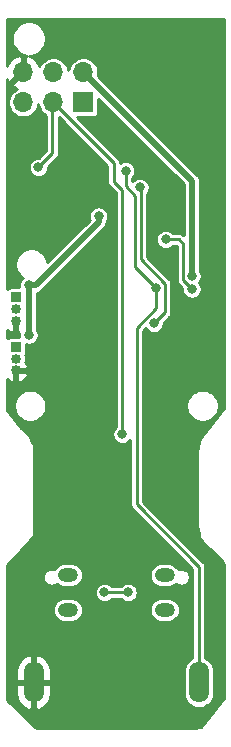
<source format=gbr>
%TF.GenerationSoftware,KiCad,Pcbnew,(5.1.6)-1*%
%TF.CreationDate,2021-10-03T16:09:20-04:00*%
%TF.ProjectId,horny_dom,686f726e-795f-4646-9f6d-2e6b69636164,rev?*%
%TF.SameCoordinates,Original*%
%TF.FileFunction,Copper,L2,Bot*%
%TF.FilePolarity,Positive*%
%FSLAX46Y46*%
G04 Gerber Fmt 4.6, Leading zero omitted, Abs format (unit mm)*
G04 Created by KiCad (PCBNEW (5.1.6)-1) date 2021-10-03 16:09:20*
%MOMM*%
%LPD*%
G01*
G04 APERTURE LIST*
%TA.AperFunction,ComponentPad*%
%ADD10O,1.700000X1.700000*%
%TD*%
%TA.AperFunction,ComponentPad*%
%ADD11R,1.700000X1.700000*%
%TD*%
%TA.AperFunction,ComponentPad*%
%ADD12O,1.700000X3.500000*%
%TD*%
%TA.AperFunction,ComponentPad*%
%ADD13O,0.850000X0.850000*%
%TD*%
%TA.AperFunction,ComponentPad*%
%ADD14R,0.850000X0.850000*%
%TD*%
%TA.AperFunction,ComponentPad*%
%ADD15O,1.700000X1.200000*%
%TD*%
%TA.AperFunction,ViaPad*%
%ADD16C,0.800000*%
%TD*%
%TA.AperFunction,Conductor*%
%ADD17C,0.500000*%
%TD*%
%TA.AperFunction,Conductor*%
%ADD18C,0.250000*%
%TD*%
%TA.AperFunction,Conductor*%
%ADD19C,0.254000*%
%TD*%
G04 APERTURE END LIST*
D10*
%TO.P,Batt,6*%
%TO.N,GND*%
X141820000Y-77460000D03*
%TO.P,Batt,5*%
%TO.N,ISP_RST*%
X141820000Y-80000000D03*
%TO.P,Batt,4*%
%TO.N,LED_DAT_L_ISC_MOSI*%
X144360000Y-77460000D03*
%TO.P,Batt,3*%
%TO.N,FUTURE_USE_ISP_SCK*%
X144360000Y-80000000D03*
%TO.P,Batt,2*%
%TO.N,USBv+*%
X146900000Y-77460000D03*
D11*
%TO.P,Batt,1*%
%TO.N,LED_DAT_R_ISC_MISO*%
X146900000Y-80000000D03*
%TD*%
D12*
%TO.P,SW1,1*%
%TO.N,GND*%
X142700000Y-129100000D03*
%TO.P,SW1,2*%
%TO.N,MODE_BTN*%
X156700000Y-129100000D03*
%TD*%
D13*
%TO.P,LED,3*%
%TO.N,GND*%
X141200000Y-102700000D03*
%TO.P,LED,2*%
%TO.N,LED_DAT_R_CLEAN*%
X141200000Y-101700000D03*
D14*
%TO.P,LED,1*%
%TO.N,LEDv+*%
X141200000Y-100700000D03*
%TD*%
D13*
%TO.P,LED,3*%
%TO.N,GND*%
X141200000Y-98500000D03*
%TO.P,LED,2*%
%TO.N,LED_DAT_L_CLEAN*%
X141200000Y-97500000D03*
D14*
%TO.P,LED,1*%
%TO.N,LEDv+*%
X141200000Y-96500000D03*
%TD*%
D15*
%TO.P,J1,S1*%
%TO.N,Net-(J1-PadS1)*%
X153800000Y-122970000D03*
X153800000Y-120030000D03*
X145600000Y-122970000D03*
X145600000Y-120030000D03*
%TD*%
D16*
%TO.N,GND*%
X150600000Y-83400000D03*
X154500000Y-79100000D03*
X157800000Y-89500000D03*
X154300000Y-98700000D03*
X143800000Y-97200000D03*
X149700000Y-74000000D03*
%TO.N,USBv+*%
X156100000Y-94700000D03*
%TO.N,LEDv+*%
X142300000Y-99700000D03*
X142300000Y-95500000D03*
X148200000Y-89635034D03*
%TO.N,USBDDAT-*%
X148700000Y-121500000D03*
X150700000Y-121500000D03*
%TO.N,FUTURE_USE_ISP_SCK*%
X143100000Y-85500000D03*
X150200000Y-108100000D03*
%TO.N,CHG_STAT*%
X153900000Y-91600000D03*
X156100000Y-95800000D03*
%TO.N,MODE_BTN*%
X150500000Y-85800000D03*
X153100000Y-95700000D03*
%TO.N,SSR_LED_EN*%
X152900000Y-98700000D03*
X151700000Y-87200000D03*
%TD*%
D17*
%TO.N,GND*%
X141820000Y-77460000D02*
X140800000Y-78480000D01*
%TO.N,USBv+*%
X146900000Y-77460000D02*
X156100000Y-86660000D01*
X156100000Y-86660000D02*
X156100000Y-94700000D01*
X156100000Y-94700000D02*
X156100000Y-94700000D01*
%TO.N,LEDv+*%
X142300000Y-99700000D02*
X142300000Y-95500000D01*
X142865685Y-95500000D02*
X148200000Y-90165685D01*
X148200000Y-90165685D02*
X148200000Y-89635034D01*
X142300000Y-95500000D02*
X142865685Y-95500000D01*
D18*
%TO.N,USBDDAT-*%
X150700000Y-121500000D02*
X148700000Y-121500000D01*
%TO.N,FUTURE_USE_ISP_SCK*%
X150200000Y-87409412D02*
X150049990Y-87259402D01*
X150049990Y-87259402D02*
X150049990Y-87249990D01*
X150200000Y-108100000D02*
X150200000Y-87409412D01*
X144360000Y-80000000D02*
X149500000Y-85140000D01*
X149500000Y-86709412D02*
X150049990Y-87259402D01*
X149500000Y-85140000D02*
X149500000Y-86709412D01*
X143100000Y-85500000D02*
X144300000Y-84300000D01*
X144300000Y-80060000D02*
X144360000Y-80000000D01*
X144300000Y-84300000D02*
X144300000Y-80060000D01*
%TO.N,CHG_STAT*%
X155000000Y-91600000D02*
X153900000Y-91600000D01*
X155374999Y-91974999D02*
X155000000Y-91600000D01*
X156100000Y-95800000D02*
X155374999Y-95074999D01*
X155374999Y-95074999D02*
X155374999Y-91974999D01*
%TO.N,MODE_BTN*%
X153100000Y-97426998D02*
X153100000Y-95700000D01*
X151425001Y-99101997D02*
X153100000Y-97426998D01*
X151322992Y-87895994D02*
X150500000Y-87073002D01*
X151322992Y-93922992D02*
X151322992Y-87895994D01*
X150500000Y-87073002D02*
X150500000Y-85800000D01*
X153100000Y-95700000D02*
X151322992Y-93922992D01*
X156700000Y-119300000D02*
X151425001Y-114025001D01*
X156700000Y-129100000D02*
X156700000Y-119300000D01*
X151425001Y-114025001D02*
X151425001Y-99101997D01*
%TO.N,SSR_LED_EN*%
X153825001Y-95351999D02*
X151773002Y-93300000D01*
X152900000Y-98700000D02*
X153825001Y-97774999D01*
X153825001Y-97774999D02*
X153825001Y-95351999D01*
X151773002Y-87273002D02*
X151700000Y-87200000D01*
X151773002Y-93300000D02*
X151773002Y-87273002D01*
%TD*%
D19*
%TO.N,GND*%
G36*
X158848001Y-105913359D02*
G01*
X157337569Y-107817817D01*
X157296191Y-107852048D01*
X157267343Y-107881098D01*
X157238055Y-107909779D01*
X157234033Y-107914642D01*
X156989010Y-108215069D01*
X156966356Y-108249166D01*
X156943194Y-108282993D01*
X156940192Y-108288545D01*
X156891289Y-108380518D01*
X156700496Y-108621083D01*
X156687012Y-108642012D01*
X156677870Y-108665169D01*
X156673000Y-108700000D01*
X156673000Y-108883218D01*
X156612522Y-109083532D01*
X156604558Y-109123752D01*
X156596048Y-109163790D01*
X156595388Y-109170066D01*
X156557557Y-109555892D01*
X156555400Y-109577796D01*
X156555401Y-115822205D01*
X156557132Y-115839780D01*
X156581138Y-116145467D01*
X156587554Y-116181523D01*
X156592762Y-116217748D01*
X156594308Y-116223867D01*
X156673000Y-116526388D01*
X156673000Y-116800000D01*
X156675440Y-116824776D01*
X156682667Y-116848601D01*
X156694403Y-116870557D01*
X156710197Y-116889803D01*
X156968077Y-117147683D01*
X157170088Y-117415947D01*
X157197791Y-117446095D01*
X157225102Y-117476661D01*
X157229776Y-117480902D01*
X157518692Y-117739398D01*
X157551736Y-117763600D01*
X157584451Y-117788269D01*
X157589852Y-117791516D01*
X157589860Y-117791522D01*
X157589868Y-117791526D01*
X157643898Y-117823504D01*
X158772849Y-118952455D01*
X158828160Y-119165090D01*
X158848000Y-119417726D01*
X158848001Y-130377881D01*
X158844032Y-130418364D01*
X156903120Y-132865600D01*
X156811909Y-132893835D01*
X156296560Y-132948000D01*
X143022108Y-132948000D01*
X142806462Y-132926856D01*
X140472651Y-130593045D01*
X140452000Y-130396560D01*
X140452000Y-129227000D01*
X141215000Y-129227000D01*
X141215000Y-130127000D01*
X141268310Y-130414269D01*
X141376639Y-130685618D01*
X141535824Y-130930619D01*
X141739748Y-131139857D01*
X141980574Y-131305291D01*
X142249047Y-131420563D01*
X142343110Y-131441476D01*
X142573000Y-131320155D01*
X142573000Y-129227000D01*
X142827000Y-129227000D01*
X142827000Y-131320155D01*
X143056890Y-131441476D01*
X143150953Y-131420563D01*
X143419426Y-131305291D01*
X143660252Y-131139857D01*
X143864176Y-130930619D01*
X144023361Y-130685618D01*
X144131690Y-130414269D01*
X144185000Y-130127000D01*
X144185000Y-129227000D01*
X142827000Y-129227000D01*
X142573000Y-129227000D01*
X141215000Y-129227000D01*
X140452000Y-129227000D01*
X140452000Y-128073000D01*
X141215000Y-128073000D01*
X141215000Y-128973000D01*
X142573000Y-128973000D01*
X142573000Y-126879845D01*
X142827000Y-126879845D01*
X142827000Y-128973000D01*
X144185000Y-128973000D01*
X144185000Y-128073000D01*
X144131690Y-127785731D01*
X144023361Y-127514382D01*
X143864176Y-127269381D01*
X143660252Y-127060143D01*
X143419426Y-126894709D01*
X143150953Y-126779437D01*
X143056890Y-126758524D01*
X142827000Y-126879845D01*
X142573000Y-126879845D01*
X142343110Y-126758524D01*
X142249047Y-126779437D01*
X141980574Y-126894709D01*
X141739748Y-127060143D01*
X141535824Y-127269381D01*
X141376639Y-127514382D01*
X141268310Y-127785731D01*
X141215000Y-128073000D01*
X140452000Y-128073000D01*
X140452000Y-122970000D01*
X144318031Y-122970000D01*
X144337860Y-123171327D01*
X144396585Y-123364917D01*
X144491949Y-123543331D01*
X144620288Y-123699712D01*
X144776669Y-123828051D01*
X144955083Y-123923415D01*
X145148673Y-123982140D01*
X145299549Y-123997000D01*
X145900451Y-123997000D01*
X146051327Y-123982140D01*
X146244917Y-123923415D01*
X146423331Y-123828051D01*
X146579712Y-123699712D01*
X146708051Y-123543331D01*
X146803415Y-123364917D01*
X146862140Y-123171327D01*
X146881969Y-122970000D01*
X152518031Y-122970000D01*
X152537860Y-123171327D01*
X152596585Y-123364917D01*
X152691949Y-123543331D01*
X152820288Y-123699712D01*
X152976669Y-123828051D01*
X153155083Y-123923415D01*
X153348673Y-123982140D01*
X153499549Y-123997000D01*
X154100451Y-123997000D01*
X154251327Y-123982140D01*
X154444917Y-123923415D01*
X154623331Y-123828051D01*
X154779712Y-123699712D01*
X154908051Y-123543331D01*
X155003415Y-123364917D01*
X155062140Y-123171327D01*
X155081969Y-122970000D01*
X155062140Y-122768673D01*
X155003415Y-122575083D01*
X154908051Y-122396669D01*
X154779712Y-122240288D01*
X154623331Y-122111949D01*
X154444917Y-122016585D01*
X154251327Y-121957860D01*
X154100451Y-121943000D01*
X153499549Y-121943000D01*
X153348673Y-121957860D01*
X153155083Y-122016585D01*
X152976669Y-122111949D01*
X152820288Y-122240288D01*
X152691949Y-122396669D01*
X152596585Y-122575083D01*
X152537860Y-122768673D01*
X152518031Y-122970000D01*
X146881969Y-122970000D01*
X146862140Y-122768673D01*
X146803415Y-122575083D01*
X146708051Y-122396669D01*
X146579712Y-122240288D01*
X146423331Y-122111949D01*
X146244917Y-122016585D01*
X146051327Y-121957860D01*
X145900451Y-121943000D01*
X145299549Y-121943000D01*
X145148673Y-121957860D01*
X144955083Y-122016585D01*
X144776669Y-122111949D01*
X144620288Y-122240288D01*
X144491949Y-122396669D01*
X144396585Y-122575083D01*
X144337860Y-122768673D01*
X144318031Y-122970000D01*
X140452000Y-122970000D01*
X140452000Y-121418548D01*
X147873000Y-121418548D01*
X147873000Y-121581452D01*
X147904782Y-121741227D01*
X147967123Y-121891731D01*
X148057628Y-122027181D01*
X148172819Y-122142372D01*
X148308269Y-122232877D01*
X148458773Y-122295218D01*
X148618548Y-122327000D01*
X148781452Y-122327000D01*
X148941227Y-122295218D01*
X149091731Y-122232877D01*
X149227181Y-122142372D01*
X149317553Y-122052000D01*
X150082447Y-122052000D01*
X150172819Y-122142372D01*
X150308269Y-122232877D01*
X150458773Y-122295218D01*
X150618548Y-122327000D01*
X150781452Y-122327000D01*
X150941227Y-122295218D01*
X151091731Y-122232877D01*
X151227181Y-122142372D01*
X151342372Y-122027181D01*
X151432877Y-121891731D01*
X151495218Y-121741227D01*
X151527000Y-121581452D01*
X151527000Y-121418548D01*
X151495218Y-121258773D01*
X151432877Y-121108269D01*
X151342372Y-120972819D01*
X151227181Y-120857628D01*
X151091731Y-120767123D01*
X150941227Y-120704782D01*
X150781452Y-120673000D01*
X150618548Y-120673000D01*
X150458773Y-120704782D01*
X150308269Y-120767123D01*
X150172819Y-120857628D01*
X150082447Y-120948000D01*
X149317553Y-120948000D01*
X149227181Y-120857628D01*
X149091731Y-120767123D01*
X148941227Y-120704782D01*
X148781452Y-120673000D01*
X148618548Y-120673000D01*
X148458773Y-120704782D01*
X148308269Y-120767123D01*
X148172819Y-120857628D01*
X148057628Y-120972819D01*
X147967123Y-121108269D01*
X147904782Y-121258773D01*
X147873000Y-121418548D01*
X140452000Y-121418548D01*
X140452000Y-120128397D01*
X143473000Y-120128397D01*
X143473000Y-120271603D01*
X143500938Y-120412058D01*
X143555741Y-120544364D01*
X143635302Y-120663436D01*
X143736564Y-120764698D01*
X143855636Y-120844259D01*
X143987942Y-120899062D01*
X144128397Y-120927000D01*
X144271603Y-120927000D01*
X144412058Y-120899062D01*
X144544364Y-120844259D01*
X144643001Y-120778352D01*
X144776669Y-120888051D01*
X144955083Y-120983415D01*
X145148673Y-121042140D01*
X145299549Y-121057000D01*
X145900451Y-121057000D01*
X146051327Y-121042140D01*
X146244917Y-120983415D01*
X146423331Y-120888051D01*
X146579712Y-120759712D01*
X146708051Y-120603331D01*
X146803415Y-120424917D01*
X146862140Y-120231327D01*
X146881969Y-120030000D01*
X152518031Y-120030000D01*
X152537860Y-120231327D01*
X152596585Y-120424917D01*
X152691949Y-120603331D01*
X152820288Y-120759712D01*
X152976669Y-120888051D01*
X153155083Y-120983415D01*
X153348673Y-121042140D01*
X153499549Y-121057000D01*
X154100451Y-121057000D01*
X154251327Y-121042140D01*
X154444917Y-120983415D01*
X154623331Y-120888051D01*
X154756999Y-120778352D01*
X154855636Y-120844259D01*
X154987942Y-120899062D01*
X155128397Y-120927000D01*
X155271603Y-120927000D01*
X155412058Y-120899062D01*
X155544364Y-120844259D01*
X155663436Y-120764698D01*
X155764698Y-120663436D01*
X155844259Y-120544364D01*
X155899062Y-120412058D01*
X155927000Y-120271603D01*
X155927000Y-120128397D01*
X155899062Y-119987942D01*
X155844259Y-119855636D01*
X155764698Y-119736564D01*
X155663436Y-119635302D01*
X155544364Y-119555741D01*
X155412058Y-119500938D01*
X155271603Y-119473000D01*
X155128397Y-119473000D01*
X154987942Y-119500938D01*
X154941906Y-119520007D01*
X154908051Y-119456669D01*
X154779712Y-119300288D01*
X154623331Y-119171949D01*
X154444917Y-119076585D01*
X154251327Y-119017860D01*
X154100451Y-119003000D01*
X153499549Y-119003000D01*
X153348673Y-119017860D01*
X153155083Y-119076585D01*
X152976669Y-119171949D01*
X152820288Y-119300288D01*
X152691949Y-119456669D01*
X152596585Y-119635083D01*
X152537860Y-119828673D01*
X152518031Y-120030000D01*
X146881969Y-120030000D01*
X146862140Y-119828673D01*
X146803415Y-119635083D01*
X146708051Y-119456669D01*
X146579712Y-119300288D01*
X146423331Y-119171949D01*
X146244917Y-119076585D01*
X146051327Y-119017860D01*
X145900451Y-119003000D01*
X145299549Y-119003000D01*
X145148673Y-119017860D01*
X144955083Y-119076585D01*
X144776669Y-119171949D01*
X144620288Y-119300288D01*
X144491949Y-119456669D01*
X144458094Y-119520007D01*
X144412058Y-119500938D01*
X144271603Y-119473000D01*
X144128397Y-119473000D01*
X143987942Y-119500938D01*
X143855636Y-119555741D01*
X143736564Y-119635302D01*
X143635302Y-119736564D01*
X143555741Y-119855636D01*
X143500938Y-119987942D01*
X143473000Y-120128397D01*
X140452000Y-120128397D01*
X140452000Y-119422109D01*
X140475634Y-119181072D01*
X141714695Y-117787129D01*
X142003809Y-117547952D01*
X142032674Y-117518885D01*
X142061945Y-117490221D01*
X142065962Y-117485364D01*
X142065969Y-117485357D01*
X142065974Y-117485349D01*
X142310991Y-117184931D01*
X142333709Y-117150738D01*
X142356806Y-117117006D01*
X142359808Y-117111455D01*
X142426074Y-116986827D01*
X142694921Y-116684374D01*
X142709558Y-116664235D01*
X142719984Y-116641627D01*
X142725800Y-116617419D01*
X142727000Y-116600000D01*
X142727000Y-116001606D01*
X142742443Y-115844108D01*
X142742443Y-115844105D01*
X142744600Y-115822205D01*
X142744600Y-109577795D01*
X142742864Y-109560169D01*
X142727000Y-109358161D01*
X142727000Y-109000000D01*
X142724560Y-108975224D01*
X142717333Y-108951399D01*
X142700422Y-108922254D01*
X142608903Y-108804042D01*
X142608097Y-108800943D01*
X142593968Y-108762502D01*
X142580370Y-108723846D01*
X142577664Y-108718144D01*
X142409053Y-108369055D01*
X142387741Y-108334113D01*
X142366879Y-108298811D01*
X142363118Y-108293743D01*
X142129913Y-107984053D01*
X142102190Y-107953884D01*
X142074898Y-107923339D01*
X142070224Y-107919098D01*
X141781308Y-107660602D01*
X141748242Y-107636384D01*
X141715549Y-107611731D01*
X141710141Y-107608479D01*
X141710140Y-107608478D01*
X141710137Y-107608476D01*
X141660610Y-107579163D01*
X140455126Y-106022080D01*
X140452000Y-105982275D01*
X140452000Y-105565520D01*
X141034607Y-105565520D01*
X141034607Y-105834480D01*
X141087078Y-106098271D01*
X141190004Y-106346756D01*
X141339430Y-106570388D01*
X141529612Y-106760570D01*
X141753244Y-106909996D01*
X142001729Y-107012922D01*
X142265520Y-107065393D01*
X142534480Y-107065393D01*
X142798271Y-107012922D01*
X143046756Y-106909996D01*
X143270388Y-106760570D01*
X143460570Y-106570388D01*
X143609996Y-106346756D01*
X143712922Y-106098271D01*
X143765393Y-105834480D01*
X143765393Y-105565520D01*
X143712922Y-105301729D01*
X143609996Y-105053244D01*
X143460570Y-104829612D01*
X143270388Y-104639430D01*
X143046756Y-104490004D01*
X142798271Y-104387078D01*
X142534480Y-104334607D01*
X142265520Y-104334607D01*
X142001729Y-104387078D01*
X141753244Y-104490004D01*
X141529612Y-104639430D01*
X141339430Y-104829612D01*
X141190004Y-105053244D01*
X141087078Y-105301729D01*
X141034607Y-105565520D01*
X140452000Y-105565520D01*
X140452000Y-103444148D01*
X140541852Y-103530936D01*
X140716606Y-103643368D01*
X140909936Y-103719547D01*
X141073000Y-103593621D01*
X141073000Y-102827000D01*
X141327000Y-102827000D01*
X141327000Y-103593621D01*
X141490064Y-103719547D01*
X141683394Y-103643368D01*
X141858148Y-103530936D01*
X142007609Y-103386571D01*
X142126034Y-103215822D01*
X142208872Y-103025250D01*
X142219540Y-102990062D01*
X142092257Y-102827000D01*
X141327000Y-102827000D01*
X141073000Y-102827000D01*
X141053000Y-102827000D01*
X141053000Y-102573000D01*
X141073000Y-102573000D01*
X141073000Y-102553000D01*
X141327000Y-102553000D01*
X141327000Y-102573000D01*
X142092257Y-102573000D01*
X142219540Y-102409938D01*
X142208872Y-102374750D01*
X142126034Y-102184178D01*
X142007609Y-102013429D01*
X141996726Y-102002917D01*
X142019258Y-101948519D01*
X142052000Y-101783915D01*
X142052000Y-101616085D01*
X142019258Y-101451481D01*
X141982323Y-101362313D01*
X142021405Y-101289196D01*
X142045822Y-101208707D01*
X142054066Y-101125000D01*
X142054066Y-100493268D01*
X142058773Y-100495218D01*
X142218548Y-100527000D01*
X142381452Y-100527000D01*
X142541227Y-100495218D01*
X142691731Y-100432877D01*
X142827181Y-100342372D01*
X142942372Y-100227181D01*
X143032877Y-100091731D01*
X143095218Y-99941227D01*
X143127000Y-99781452D01*
X143127000Y-99618548D01*
X143095218Y-99458773D01*
X143032877Y-99308269D01*
X142977000Y-99224643D01*
X142977000Y-96169312D01*
X142998400Y-96167204D01*
X143126015Y-96128492D01*
X143243626Y-96065628D01*
X143346712Y-95981027D01*
X143367911Y-95955196D01*
X148655206Y-90667902D01*
X148681026Y-90646712D01*
X148702218Y-90620890D01*
X148702224Y-90620884D01*
X148765628Y-90543626D01*
X148828492Y-90426015D01*
X148867204Y-90298400D01*
X148880275Y-90165685D01*
X148877000Y-90132433D01*
X148877000Y-90110391D01*
X148932877Y-90026765D01*
X148995218Y-89876261D01*
X149027000Y-89716486D01*
X149027000Y-89553582D01*
X148995218Y-89393807D01*
X148932877Y-89243303D01*
X148842372Y-89107853D01*
X148727181Y-88992662D01*
X148591731Y-88902157D01*
X148441227Y-88839816D01*
X148281452Y-88808034D01*
X148118548Y-88808034D01*
X147958773Y-88839816D01*
X147808269Y-88902157D01*
X147672819Y-88992662D01*
X147557628Y-89107853D01*
X147467123Y-89243303D01*
X147404782Y-89393807D01*
X147373000Y-89553582D01*
X147373000Y-89716486D01*
X147404782Y-89876261D01*
X147442044Y-89966218D01*
X143861635Y-93546628D01*
X143812922Y-93301729D01*
X143709996Y-93053244D01*
X143560570Y-92829612D01*
X143370388Y-92639430D01*
X143146756Y-92490004D01*
X142898271Y-92387078D01*
X142634480Y-92334607D01*
X142365520Y-92334607D01*
X142101729Y-92387078D01*
X141853244Y-92490004D01*
X141629612Y-92639430D01*
X141439430Y-92829612D01*
X141290004Y-93053244D01*
X141187078Y-93301729D01*
X141134607Y-93565520D01*
X141134607Y-93834480D01*
X141187078Y-94098271D01*
X141290004Y-94346756D01*
X141439430Y-94570388D01*
X141629612Y-94760570D01*
X141773844Y-94856943D01*
X141772819Y-94857628D01*
X141657628Y-94972819D01*
X141567123Y-95108269D01*
X141504782Y-95258773D01*
X141473000Y-95418548D01*
X141473000Y-95581452D01*
X141485827Y-95645934D01*
X140775000Y-95645934D01*
X140691293Y-95654178D01*
X140610804Y-95678595D01*
X140536624Y-95718245D01*
X140471605Y-95771605D01*
X140452000Y-95795494D01*
X140452000Y-78024037D01*
X140475843Y-78091252D01*
X140624822Y-78341355D01*
X140819731Y-78557588D01*
X141053080Y-78731641D01*
X141281949Y-78840653D01*
X141215114Y-78868337D01*
X141005960Y-79008089D01*
X140828089Y-79185960D01*
X140688337Y-79395114D01*
X140592074Y-79627513D01*
X140543000Y-79874226D01*
X140543000Y-80125774D01*
X140592074Y-80372487D01*
X140688337Y-80604886D01*
X140828089Y-80814040D01*
X141005960Y-80991911D01*
X141215114Y-81131663D01*
X141447513Y-81227926D01*
X141694226Y-81277000D01*
X141945774Y-81277000D01*
X142192487Y-81227926D01*
X142424886Y-81131663D01*
X142634040Y-80991911D01*
X142811911Y-80814040D01*
X142951663Y-80604886D01*
X143047926Y-80372487D01*
X143090000Y-80160966D01*
X143132074Y-80372487D01*
X143228337Y-80604886D01*
X143368089Y-80814040D01*
X143545960Y-80991911D01*
X143748001Y-81126910D01*
X143748000Y-84071354D01*
X143146355Y-84673000D01*
X143018548Y-84673000D01*
X142858773Y-84704782D01*
X142708269Y-84767123D01*
X142572819Y-84857628D01*
X142457628Y-84972819D01*
X142367123Y-85108269D01*
X142304782Y-85258773D01*
X142273000Y-85418548D01*
X142273000Y-85581452D01*
X142304782Y-85741227D01*
X142367123Y-85891731D01*
X142457628Y-86027181D01*
X142572819Y-86142372D01*
X142708269Y-86232877D01*
X142858773Y-86295218D01*
X143018548Y-86327000D01*
X143181452Y-86327000D01*
X143341227Y-86295218D01*
X143491731Y-86232877D01*
X143627181Y-86142372D01*
X143742372Y-86027181D01*
X143832877Y-85891731D01*
X143895218Y-85741227D01*
X143927000Y-85581452D01*
X143927000Y-85453645D01*
X144671154Y-84709492D01*
X144692211Y-84692211D01*
X144745275Y-84627552D01*
X144761191Y-84608159D01*
X144812447Y-84512264D01*
X144812448Y-84512263D01*
X144844012Y-84408211D01*
X144852000Y-84327109D01*
X144852000Y-84327099D01*
X144854669Y-84300001D01*
X144852000Y-84272903D01*
X144852000Y-81272644D01*
X148948000Y-85368646D01*
X148948001Y-86682296D01*
X148945330Y-86709412D01*
X148955989Y-86817622D01*
X148987552Y-86921674D01*
X149038809Y-87017569D01*
X149038810Y-87017570D01*
X149107790Y-87101623D01*
X149128851Y-87118907D01*
X149640497Y-87630555D01*
X149648001Y-87639698D01*
X149648000Y-107482447D01*
X149557628Y-107572819D01*
X149467123Y-107708269D01*
X149404782Y-107858773D01*
X149373000Y-108018548D01*
X149373000Y-108181452D01*
X149404782Y-108341227D01*
X149467123Y-108491731D01*
X149557628Y-108627181D01*
X149672819Y-108742372D01*
X149808269Y-108832877D01*
X149958773Y-108895218D01*
X150118548Y-108927000D01*
X150281452Y-108927000D01*
X150441227Y-108895218D01*
X150591731Y-108832877D01*
X150727181Y-108742372D01*
X150842372Y-108627181D01*
X150873001Y-108581341D01*
X150873001Y-113997895D01*
X150870331Y-114025001D01*
X150873001Y-114052107D01*
X150873001Y-114052109D01*
X150880989Y-114133211D01*
X150912553Y-114237263D01*
X150963810Y-114333159D01*
X151032790Y-114417212D01*
X151053858Y-114434502D01*
X156148001Y-119528647D01*
X156148000Y-127047076D01*
X155987104Y-127133076D01*
X155792656Y-127292656D01*
X155633076Y-127487105D01*
X155514498Y-127708950D01*
X155441478Y-127949665D01*
X155423000Y-128137275D01*
X155423000Y-130062726D01*
X155441479Y-130250336D01*
X155514499Y-130491051D01*
X155633077Y-130712896D01*
X155792657Y-130907344D01*
X155987105Y-131066924D01*
X156208950Y-131185502D01*
X156449665Y-131258522D01*
X156700000Y-131283178D01*
X156950336Y-131258522D01*
X157191051Y-131185502D01*
X157412896Y-131066924D01*
X157607344Y-130907344D01*
X157766924Y-130712896D01*
X157885502Y-130491051D01*
X157958522Y-130250336D01*
X157977000Y-130062726D01*
X157977000Y-128137274D01*
X157958522Y-127949664D01*
X157885502Y-127708949D01*
X157766924Y-127487104D01*
X157607344Y-127292656D01*
X157412895Y-127133076D01*
X157252000Y-127047076D01*
X157252000Y-119327105D01*
X157254670Y-119299999D01*
X157247965Y-119231926D01*
X157244012Y-119191789D01*
X157212448Y-119087737D01*
X157161191Y-118991842D01*
X157092211Y-118907789D01*
X157071154Y-118890508D01*
X151977001Y-113796357D01*
X151977001Y-105565520D01*
X155634607Y-105565520D01*
X155634607Y-105834480D01*
X155687078Y-106098271D01*
X155790004Y-106346756D01*
X155939430Y-106570388D01*
X156129612Y-106760570D01*
X156353244Y-106909996D01*
X156601729Y-107012922D01*
X156865520Y-107065393D01*
X157134480Y-107065393D01*
X157398271Y-107012922D01*
X157646756Y-106909996D01*
X157870388Y-106760570D01*
X158060570Y-106570388D01*
X158209996Y-106346756D01*
X158312922Y-106098271D01*
X158365393Y-105834480D01*
X158365393Y-105565520D01*
X158312922Y-105301729D01*
X158209996Y-105053244D01*
X158060570Y-104829612D01*
X157870388Y-104639430D01*
X157646756Y-104490004D01*
X157398271Y-104387078D01*
X157134480Y-104334607D01*
X156865520Y-104334607D01*
X156601729Y-104387078D01*
X156353244Y-104490004D01*
X156129612Y-104639430D01*
X155939430Y-104829612D01*
X155790004Y-105053244D01*
X155687078Y-105301729D01*
X155634607Y-105565520D01*
X151977001Y-105565520D01*
X151977001Y-99330641D01*
X152186665Y-99120978D01*
X152257628Y-99227181D01*
X152372819Y-99342372D01*
X152508269Y-99432877D01*
X152658773Y-99495218D01*
X152818548Y-99527000D01*
X152981452Y-99527000D01*
X153141227Y-99495218D01*
X153291731Y-99432877D01*
X153427181Y-99342372D01*
X153542372Y-99227181D01*
X153632877Y-99091731D01*
X153695218Y-98941227D01*
X153727000Y-98781452D01*
X153727000Y-98653644D01*
X154196150Y-98184495D01*
X154217212Y-98167210D01*
X154286192Y-98083157D01*
X154337449Y-97987262D01*
X154369013Y-97883210D01*
X154377001Y-97802108D01*
X154377001Y-97802105D01*
X154379671Y-97774999D01*
X154377001Y-97747893D01*
X154377001Y-95379107D01*
X154379671Y-95351999D01*
X154369013Y-95243788D01*
X154337449Y-95139736D01*
X154286192Y-95043841D01*
X154234493Y-94980845D01*
X154234492Y-94980844D01*
X154217212Y-94959788D01*
X154196155Y-94942507D01*
X152325002Y-93071356D01*
X152325002Y-87744551D01*
X152342372Y-87727181D01*
X152432877Y-87591731D01*
X152495218Y-87441227D01*
X152527000Y-87281452D01*
X152527000Y-87118548D01*
X152495218Y-86958773D01*
X152432877Y-86808269D01*
X152342372Y-86672819D01*
X152227181Y-86557628D01*
X152091731Y-86467123D01*
X151941227Y-86404782D01*
X151781452Y-86373000D01*
X151618548Y-86373000D01*
X151458773Y-86404782D01*
X151308269Y-86467123D01*
X151172819Y-86557628D01*
X151057628Y-86672819D01*
X151052000Y-86681242D01*
X151052000Y-86417553D01*
X151142372Y-86327181D01*
X151232877Y-86191731D01*
X151295218Y-86041227D01*
X151327000Y-85881452D01*
X151327000Y-85718548D01*
X151295218Y-85558773D01*
X151232877Y-85408269D01*
X151142372Y-85272819D01*
X151027181Y-85157628D01*
X150891731Y-85067123D01*
X150741227Y-85004782D01*
X150581452Y-84973000D01*
X150418548Y-84973000D01*
X150258773Y-85004782D01*
X150108269Y-85067123D01*
X150051245Y-85105225D01*
X150044012Y-85031789D01*
X150012448Y-84927737D01*
X149961191Y-84831842D01*
X149909492Y-84768846D01*
X149909491Y-84768845D01*
X149892211Y-84747789D01*
X149871154Y-84730508D01*
X146419711Y-81279066D01*
X147750000Y-81279066D01*
X147833707Y-81270822D01*
X147914196Y-81246405D01*
X147988376Y-81206755D01*
X148053395Y-81153395D01*
X148106755Y-81088376D01*
X148146405Y-81014196D01*
X148170822Y-80933707D01*
X148179066Y-80850000D01*
X148179066Y-79696488D01*
X155423000Y-86940423D01*
X155423001Y-91242356D01*
X155409500Y-91228856D01*
X155392211Y-91207789D01*
X155308158Y-91138809D01*
X155212263Y-91087552D01*
X155108211Y-91055988D01*
X155027109Y-91048000D01*
X155027106Y-91048000D01*
X155000000Y-91045330D01*
X154972894Y-91048000D01*
X154517553Y-91048000D01*
X154427181Y-90957628D01*
X154291731Y-90867123D01*
X154141227Y-90804782D01*
X153981452Y-90773000D01*
X153818548Y-90773000D01*
X153658773Y-90804782D01*
X153508269Y-90867123D01*
X153372819Y-90957628D01*
X153257628Y-91072819D01*
X153167123Y-91208269D01*
X153104782Y-91358773D01*
X153073000Y-91518548D01*
X153073000Y-91681452D01*
X153104782Y-91841227D01*
X153167123Y-91991731D01*
X153257628Y-92127181D01*
X153372819Y-92242372D01*
X153508269Y-92332877D01*
X153658773Y-92395218D01*
X153818548Y-92427000D01*
X153981452Y-92427000D01*
X154141227Y-92395218D01*
X154291731Y-92332877D01*
X154427181Y-92242372D01*
X154517553Y-92152000D01*
X154771355Y-92152000D01*
X154823000Y-92203645D01*
X154822999Y-95047893D01*
X154820329Y-95074999D01*
X154822999Y-95102105D01*
X154822999Y-95102107D01*
X154830987Y-95183209D01*
X154862551Y-95287261D01*
X154913808Y-95383157D01*
X154982788Y-95467210D01*
X155003855Y-95484499D01*
X155273000Y-95753645D01*
X155273000Y-95881452D01*
X155304782Y-96041227D01*
X155367123Y-96191731D01*
X155457628Y-96327181D01*
X155572819Y-96442372D01*
X155708269Y-96532877D01*
X155858773Y-96595218D01*
X156018548Y-96627000D01*
X156181452Y-96627000D01*
X156341227Y-96595218D01*
X156491731Y-96532877D01*
X156627181Y-96442372D01*
X156742372Y-96327181D01*
X156832877Y-96191731D01*
X156895218Y-96041227D01*
X156927000Y-95881452D01*
X156927000Y-95718548D01*
X156895218Y-95558773D01*
X156832877Y-95408269D01*
X156742372Y-95272819D01*
X156719553Y-95250000D01*
X156742372Y-95227181D01*
X156832877Y-95091731D01*
X156895218Y-94941227D01*
X156927000Y-94781452D01*
X156927000Y-94618548D01*
X156895218Y-94458773D01*
X156832877Y-94308269D01*
X156777000Y-94224643D01*
X156777000Y-86693252D01*
X156780275Y-86660000D01*
X156767204Y-86527285D01*
X156728492Y-86399670D01*
X156665628Y-86282059D01*
X156602224Y-86204801D01*
X156602218Y-86204795D01*
X156581026Y-86178973D01*
X156555206Y-86157783D01*
X148144846Y-77747424D01*
X148177000Y-77585774D01*
X148177000Y-77334226D01*
X148127926Y-77087513D01*
X148031663Y-76855114D01*
X147891911Y-76645960D01*
X147714040Y-76468089D01*
X147504886Y-76328337D01*
X147272487Y-76232074D01*
X147025774Y-76183000D01*
X146774226Y-76183000D01*
X146527513Y-76232074D01*
X146295114Y-76328337D01*
X146085960Y-76468089D01*
X145908089Y-76645960D01*
X145768337Y-76855114D01*
X145672074Y-77087513D01*
X145630000Y-77299034D01*
X145587926Y-77087513D01*
X145491663Y-76855114D01*
X145351911Y-76645960D01*
X145174040Y-76468089D01*
X144964886Y-76328337D01*
X144732487Y-76232074D01*
X144485774Y-76183000D01*
X144234226Y-76183000D01*
X143987513Y-76232074D01*
X143755114Y-76328337D01*
X143545960Y-76468089D01*
X143368089Y-76645960D01*
X143228337Y-76855114D01*
X143198803Y-76926416D01*
X143164157Y-76828748D01*
X143015178Y-76578645D01*
X142820269Y-76362412D01*
X142586920Y-76188359D01*
X142324099Y-76063175D01*
X142280237Y-76049871D01*
X142442800Y-76049871D01*
X142722912Y-75994153D01*
X142986771Y-75884859D01*
X143224239Y-75726188D01*
X143426188Y-75524239D01*
X143584859Y-75286771D01*
X143694153Y-75022912D01*
X143749871Y-74742800D01*
X143749871Y-74457200D01*
X143694153Y-74177088D01*
X143584859Y-73913229D01*
X143426188Y-73675761D01*
X143224239Y-73473812D01*
X142986771Y-73315141D01*
X142722912Y-73205847D01*
X142442800Y-73150129D01*
X142157200Y-73150129D01*
X141877088Y-73205847D01*
X141613229Y-73315141D01*
X141375761Y-73473812D01*
X141173812Y-73675761D01*
X141015141Y-73913229D01*
X140905847Y-74177088D01*
X140850129Y-74457200D01*
X140850129Y-74742800D01*
X140905847Y-75022912D01*
X141015141Y-75286771D01*
X141173812Y-75524239D01*
X141375761Y-75726188D01*
X141613229Y-75884859D01*
X141877088Y-75994153D01*
X142128361Y-76044135D01*
X141947000Y-76139845D01*
X141947000Y-77333000D01*
X141967000Y-77333000D01*
X141967000Y-77587000D01*
X141947000Y-77587000D01*
X141947000Y-77607000D01*
X141693000Y-77607000D01*
X141693000Y-77587000D01*
X141673000Y-77587000D01*
X141673000Y-77333000D01*
X141693000Y-77333000D01*
X141693000Y-76139845D01*
X141463110Y-76018524D01*
X141315901Y-76063175D01*
X141053080Y-76188359D01*
X140819731Y-76362412D01*
X140624822Y-76578645D01*
X140475843Y-76828748D01*
X140452000Y-76895963D01*
X140452000Y-72952000D01*
X158848000Y-72952000D01*
X158848001Y-105913359D01*
G37*
X158848001Y-105913359D02*
X157337569Y-107817817D01*
X157296191Y-107852048D01*
X157267343Y-107881098D01*
X157238055Y-107909779D01*
X157234033Y-107914642D01*
X156989010Y-108215069D01*
X156966356Y-108249166D01*
X156943194Y-108282993D01*
X156940192Y-108288545D01*
X156891289Y-108380518D01*
X156700496Y-108621083D01*
X156687012Y-108642012D01*
X156677870Y-108665169D01*
X156673000Y-108700000D01*
X156673000Y-108883218D01*
X156612522Y-109083532D01*
X156604558Y-109123752D01*
X156596048Y-109163790D01*
X156595388Y-109170066D01*
X156557557Y-109555892D01*
X156555400Y-109577796D01*
X156555401Y-115822205D01*
X156557132Y-115839780D01*
X156581138Y-116145467D01*
X156587554Y-116181523D01*
X156592762Y-116217748D01*
X156594308Y-116223867D01*
X156673000Y-116526388D01*
X156673000Y-116800000D01*
X156675440Y-116824776D01*
X156682667Y-116848601D01*
X156694403Y-116870557D01*
X156710197Y-116889803D01*
X156968077Y-117147683D01*
X157170088Y-117415947D01*
X157197791Y-117446095D01*
X157225102Y-117476661D01*
X157229776Y-117480902D01*
X157518692Y-117739398D01*
X157551736Y-117763600D01*
X157584451Y-117788269D01*
X157589852Y-117791516D01*
X157589860Y-117791522D01*
X157589868Y-117791526D01*
X157643898Y-117823504D01*
X158772849Y-118952455D01*
X158828160Y-119165090D01*
X158848000Y-119417726D01*
X158848001Y-130377881D01*
X158844032Y-130418364D01*
X156903120Y-132865600D01*
X156811909Y-132893835D01*
X156296560Y-132948000D01*
X143022108Y-132948000D01*
X142806462Y-132926856D01*
X140472651Y-130593045D01*
X140452000Y-130396560D01*
X140452000Y-129227000D01*
X141215000Y-129227000D01*
X141215000Y-130127000D01*
X141268310Y-130414269D01*
X141376639Y-130685618D01*
X141535824Y-130930619D01*
X141739748Y-131139857D01*
X141980574Y-131305291D01*
X142249047Y-131420563D01*
X142343110Y-131441476D01*
X142573000Y-131320155D01*
X142573000Y-129227000D01*
X142827000Y-129227000D01*
X142827000Y-131320155D01*
X143056890Y-131441476D01*
X143150953Y-131420563D01*
X143419426Y-131305291D01*
X143660252Y-131139857D01*
X143864176Y-130930619D01*
X144023361Y-130685618D01*
X144131690Y-130414269D01*
X144185000Y-130127000D01*
X144185000Y-129227000D01*
X142827000Y-129227000D01*
X142573000Y-129227000D01*
X141215000Y-129227000D01*
X140452000Y-129227000D01*
X140452000Y-128073000D01*
X141215000Y-128073000D01*
X141215000Y-128973000D01*
X142573000Y-128973000D01*
X142573000Y-126879845D01*
X142827000Y-126879845D01*
X142827000Y-128973000D01*
X144185000Y-128973000D01*
X144185000Y-128073000D01*
X144131690Y-127785731D01*
X144023361Y-127514382D01*
X143864176Y-127269381D01*
X143660252Y-127060143D01*
X143419426Y-126894709D01*
X143150953Y-126779437D01*
X143056890Y-126758524D01*
X142827000Y-126879845D01*
X142573000Y-126879845D01*
X142343110Y-126758524D01*
X142249047Y-126779437D01*
X141980574Y-126894709D01*
X141739748Y-127060143D01*
X141535824Y-127269381D01*
X141376639Y-127514382D01*
X141268310Y-127785731D01*
X141215000Y-128073000D01*
X140452000Y-128073000D01*
X140452000Y-122970000D01*
X144318031Y-122970000D01*
X144337860Y-123171327D01*
X144396585Y-123364917D01*
X144491949Y-123543331D01*
X144620288Y-123699712D01*
X144776669Y-123828051D01*
X144955083Y-123923415D01*
X145148673Y-123982140D01*
X145299549Y-123997000D01*
X145900451Y-123997000D01*
X146051327Y-123982140D01*
X146244917Y-123923415D01*
X146423331Y-123828051D01*
X146579712Y-123699712D01*
X146708051Y-123543331D01*
X146803415Y-123364917D01*
X146862140Y-123171327D01*
X146881969Y-122970000D01*
X152518031Y-122970000D01*
X152537860Y-123171327D01*
X152596585Y-123364917D01*
X152691949Y-123543331D01*
X152820288Y-123699712D01*
X152976669Y-123828051D01*
X153155083Y-123923415D01*
X153348673Y-123982140D01*
X153499549Y-123997000D01*
X154100451Y-123997000D01*
X154251327Y-123982140D01*
X154444917Y-123923415D01*
X154623331Y-123828051D01*
X154779712Y-123699712D01*
X154908051Y-123543331D01*
X155003415Y-123364917D01*
X155062140Y-123171327D01*
X155081969Y-122970000D01*
X155062140Y-122768673D01*
X155003415Y-122575083D01*
X154908051Y-122396669D01*
X154779712Y-122240288D01*
X154623331Y-122111949D01*
X154444917Y-122016585D01*
X154251327Y-121957860D01*
X154100451Y-121943000D01*
X153499549Y-121943000D01*
X153348673Y-121957860D01*
X153155083Y-122016585D01*
X152976669Y-122111949D01*
X152820288Y-122240288D01*
X152691949Y-122396669D01*
X152596585Y-122575083D01*
X152537860Y-122768673D01*
X152518031Y-122970000D01*
X146881969Y-122970000D01*
X146862140Y-122768673D01*
X146803415Y-122575083D01*
X146708051Y-122396669D01*
X146579712Y-122240288D01*
X146423331Y-122111949D01*
X146244917Y-122016585D01*
X146051327Y-121957860D01*
X145900451Y-121943000D01*
X145299549Y-121943000D01*
X145148673Y-121957860D01*
X144955083Y-122016585D01*
X144776669Y-122111949D01*
X144620288Y-122240288D01*
X144491949Y-122396669D01*
X144396585Y-122575083D01*
X144337860Y-122768673D01*
X144318031Y-122970000D01*
X140452000Y-122970000D01*
X140452000Y-121418548D01*
X147873000Y-121418548D01*
X147873000Y-121581452D01*
X147904782Y-121741227D01*
X147967123Y-121891731D01*
X148057628Y-122027181D01*
X148172819Y-122142372D01*
X148308269Y-122232877D01*
X148458773Y-122295218D01*
X148618548Y-122327000D01*
X148781452Y-122327000D01*
X148941227Y-122295218D01*
X149091731Y-122232877D01*
X149227181Y-122142372D01*
X149317553Y-122052000D01*
X150082447Y-122052000D01*
X150172819Y-122142372D01*
X150308269Y-122232877D01*
X150458773Y-122295218D01*
X150618548Y-122327000D01*
X150781452Y-122327000D01*
X150941227Y-122295218D01*
X151091731Y-122232877D01*
X151227181Y-122142372D01*
X151342372Y-122027181D01*
X151432877Y-121891731D01*
X151495218Y-121741227D01*
X151527000Y-121581452D01*
X151527000Y-121418548D01*
X151495218Y-121258773D01*
X151432877Y-121108269D01*
X151342372Y-120972819D01*
X151227181Y-120857628D01*
X151091731Y-120767123D01*
X150941227Y-120704782D01*
X150781452Y-120673000D01*
X150618548Y-120673000D01*
X150458773Y-120704782D01*
X150308269Y-120767123D01*
X150172819Y-120857628D01*
X150082447Y-120948000D01*
X149317553Y-120948000D01*
X149227181Y-120857628D01*
X149091731Y-120767123D01*
X148941227Y-120704782D01*
X148781452Y-120673000D01*
X148618548Y-120673000D01*
X148458773Y-120704782D01*
X148308269Y-120767123D01*
X148172819Y-120857628D01*
X148057628Y-120972819D01*
X147967123Y-121108269D01*
X147904782Y-121258773D01*
X147873000Y-121418548D01*
X140452000Y-121418548D01*
X140452000Y-120128397D01*
X143473000Y-120128397D01*
X143473000Y-120271603D01*
X143500938Y-120412058D01*
X143555741Y-120544364D01*
X143635302Y-120663436D01*
X143736564Y-120764698D01*
X143855636Y-120844259D01*
X143987942Y-120899062D01*
X144128397Y-120927000D01*
X144271603Y-120927000D01*
X144412058Y-120899062D01*
X144544364Y-120844259D01*
X144643001Y-120778352D01*
X144776669Y-120888051D01*
X144955083Y-120983415D01*
X145148673Y-121042140D01*
X145299549Y-121057000D01*
X145900451Y-121057000D01*
X146051327Y-121042140D01*
X146244917Y-120983415D01*
X146423331Y-120888051D01*
X146579712Y-120759712D01*
X146708051Y-120603331D01*
X146803415Y-120424917D01*
X146862140Y-120231327D01*
X146881969Y-120030000D01*
X152518031Y-120030000D01*
X152537860Y-120231327D01*
X152596585Y-120424917D01*
X152691949Y-120603331D01*
X152820288Y-120759712D01*
X152976669Y-120888051D01*
X153155083Y-120983415D01*
X153348673Y-121042140D01*
X153499549Y-121057000D01*
X154100451Y-121057000D01*
X154251327Y-121042140D01*
X154444917Y-120983415D01*
X154623331Y-120888051D01*
X154756999Y-120778352D01*
X154855636Y-120844259D01*
X154987942Y-120899062D01*
X155128397Y-120927000D01*
X155271603Y-120927000D01*
X155412058Y-120899062D01*
X155544364Y-120844259D01*
X155663436Y-120764698D01*
X155764698Y-120663436D01*
X155844259Y-120544364D01*
X155899062Y-120412058D01*
X155927000Y-120271603D01*
X155927000Y-120128397D01*
X155899062Y-119987942D01*
X155844259Y-119855636D01*
X155764698Y-119736564D01*
X155663436Y-119635302D01*
X155544364Y-119555741D01*
X155412058Y-119500938D01*
X155271603Y-119473000D01*
X155128397Y-119473000D01*
X154987942Y-119500938D01*
X154941906Y-119520007D01*
X154908051Y-119456669D01*
X154779712Y-119300288D01*
X154623331Y-119171949D01*
X154444917Y-119076585D01*
X154251327Y-119017860D01*
X154100451Y-119003000D01*
X153499549Y-119003000D01*
X153348673Y-119017860D01*
X153155083Y-119076585D01*
X152976669Y-119171949D01*
X152820288Y-119300288D01*
X152691949Y-119456669D01*
X152596585Y-119635083D01*
X152537860Y-119828673D01*
X152518031Y-120030000D01*
X146881969Y-120030000D01*
X146862140Y-119828673D01*
X146803415Y-119635083D01*
X146708051Y-119456669D01*
X146579712Y-119300288D01*
X146423331Y-119171949D01*
X146244917Y-119076585D01*
X146051327Y-119017860D01*
X145900451Y-119003000D01*
X145299549Y-119003000D01*
X145148673Y-119017860D01*
X144955083Y-119076585D01*
X144776669Y-119171949D01*
X144620288Y-119300288D01*
X144491949Y-119456669D01*
X144458094Y-119520007D01*
X144412058Y-119500938D01*
X144271603Y-119473000D01*
X144128397Y-119473000D01*
X143987942Y-119500938D01*
X143855636Y-119555741D01*
X143736564Y-119635302D01*
X143635302Y-119736564D01*
X143555741Y-119855636D01*
X143500938Y-119987942D01*
X143473000Y-120128397D01*
X140452000Y-120128397D01*
X140452000Y-119422109D01*
X140475634Y-119181072D01*
X141714695Y-117787129D01*
X142003809Y-117547952D01*
X142032674Y-117518885D01*
X142061945Y-117490221D01*
X142065962Y-117485364D01*
X142065969Y-117485357D01*
X142065974Y-117485349D01*
X142310991Y-117184931D01*
X142333709Y-117150738D01*
X142356806Y-117117006D01*
X142359808Y-117111455D01*
X142426074Y-116986827D01*
X142694921Y-116684374D01*
X142709558Y-116664235D01*
X142719984Y-116641627D01*
X142725800Y-116617419D01*
X142727000Y-116600000D01*
X142727000Y-116001606D01*
X142742443Y-115844108D01*
X142742443Y-115844105D01*
X142744600Y-115822205D01*
X142744600Y-109577795D01*
X142742864Y-109560169D01*
X142727000Y-109358161D01*
X142727000Y-109000000D01*
X142724560Y-108975224D01*
X142717333Y-108951399D01*
X142700422Y-108922254D01*
X142608903Y-108804042D01*
X142608097Y-108800943D01*
X142593968Y-108762502D01*
X142580370Y-108723846D01*
X142577664Y-108718144D01*
X142409053Y-108369055D01*
X142387741Y-108334113D01*
X142366879Y-108298811D01*
X142363118Y-108293743D01*
X142129913Y-107984053D01*
X142102190Y-107953884D01*
X142074898Y-107923339D01*
X142070224Y-107919098D01*
X141781308Y-107660602D01*
X141748242Y-107636384D01*
X141715549Y-107611731D01*
X141710141Y-107608479D01*
X141710140Y-107608478D01*
X141710137Y-107608476D01*
X141660610Y-107579163D01*
X140455126Y-106022080D01*
X140452000Y-105982275D01*
X140452000Y-105565520D01*
X141034607Y-105565520D01*
X141034607Y-105834480D01*
X141087078Y-106098271D01*
X141190004Y-106346756D01*
X141339430Y-106570388D01*
X141529612Y-106760570D01*
X141753244Y-106909996D01*
X142001729Y-107012922D01*
X142265520Y-107065393D01*
X142534480Y-107065393D01*
X142798271Y-107012922D01*
X143046756Y-106909996D01*
X143270388Y-106760570D01*
X143460570Y-106570388D01*
X143609996Y-106346756D01*
X143712922Y-106098271D01*
X143765393Y-105834480D01*
X143765393Y-105565520D01*
X143712922Y-105301729D01*
X143609996Y-105053244D01*
X143460570Y-104829612D01*
X143270388Y-104639430D01*
X143046756Y-104490004D01*
X142798271Y-104387078D01*
X142534480Y-104334607D01*
X142265520Y-104334607D01*
X142001729Y-104387078D01*
X141753244Y-104490004D01*
X141529612Y-104639430D01*
X141339430Y-104829612D01*
X141190004Y-105053244D01*
X141087078Y-105301729D01*
X141034607Y-105565520D01*
X140452000Y-105565520D01*
X140452000Y-103444148D01*
X140541852Y-103530936D01*
X140716606Y-103643368D01*
X140909936Y-103719547D01*
X141073000Y-103593621D01*
X141073000Y-102827000D01*
X141327000Y-102827000D01*
X141327000Y-103593621D01*
X141490064Y-103719547D01*
X141683394Y-103643368D01*
X141858148Y-103530936D01*
X142007609Y-103386571D01*
X142126034Y-103215822D01*
X142208872Y-103025250D01*
X142219540Y-102990062D01*
X142092257Y-102827000D01*
X141327000Y-102827000D01*
X141073000Y-102827000D01*
X141053000Y-102827000D01*
X141053000Y-102573000D01*
X141073000Y-102573000D01*
X141073000Y-102553000D01*
X141327000Y-102553000D01*
X141327000Y-102573000D01*
X142092257Y-102573000D01*
X142219540Y-102409938D01*
X142208872Y-102374750D01*
X142126034Y-102184178D01*
X142007609Y-102013429D01*
X141996726Y-102002917D01*
X142019258Y-101948519D01*
X142052000Y-101783915D01*
X142052000Y-101616085D01*
X142019258Y-101451481D01*
X141982323Y-101362313D01*
X142021405Y-101289196D01*
X142045822Y-101208707D01*
X142054066Y-101125000D01*
X142054066Y-100493268D01*
X142058773Y-100495218D01*
X142218548Y-100527000D01*
X142381452Y-100527000D01*
X142541227Y-100495218D01*
X142691731Y-100432877D01*
X142827181Y-100342372D01*
X142942372Y-100227181D01*
X143032877Y-100091731D01*
X143095218Y-99941227D01*
X143127000Y-99781452D01*
X143127000Y-99618548D01*
X143095218Y-99458773D01*
X143032877Y-99308269D01*
X142977000Y-99224643D01*
X142977000Y-96169312D01*
X142998400Y-96167204D01*
X143126015Y-96128492D01*
X143243626Y-96065628D01*
X143346712Y-95981027D01*
X143367911Y-95955196D01*
X148655206Y-90667902D01*
X148681026Y-90646712D01*
X148702218Y-90620890D01*
X148702224Y-90620884D01*
X148765628Y-90543626D01*
X148828492Y-90426015D01*
X148867204Y-90298400D01*
X148880275Y-90165685D01*
X148877000Y-90132433D01*
X148877000Y-90110391D01*
X148932877Y-90026765D01*
X148995218Y-89876261D01*
X149027000Y-89716486D01*
X149027000Y-89553582D01*
X148995218Y-89393807D01*
X148932877Y-89243303D01*
X148842372Y-89107853D01*
X148727181Y-88992662D01*
X148591731Y-88902157D01*
X148441227Y-88839816D01*
X148281452Y-88808034D01*
X148118548Y-88808034D01*
X147958773Y-88839816D01*
X147808269Y-88902157D01*
X147672819Y-88992662D01*
X147557628Y-89107853D01*
X147467123Y-89243303D01*
X147404782Y-89393807D01*
X147373000Y-89553582D01*
X147373000Y-89716486D01*
X147404782Y-89876261D01*
X147442044Y-89966218D01*
X143861635Y-93546628D01*
X143812922Y-93301729D01*
X143709996Y-93053244D01*
X143560570Y-92829612D01*
X143370388Y-92639430D01*
X143146756Y-92490004D01*
X142898271Y-92387078D01*
X142634480Y-92334607D01*
X142365520Y-92334607D01*
X142101729Y-92387078D01*
X141853244Y-92490004D01*
X141629612Y-92639430D01*
X141439430Y-92829612D01*
X141290004Y-93053244D01*
X141187078Y-93301729D01*
X141134607Y-93565520D01*
X141134607Y-93834480D01*
X141187078Y-94098271D01*
X141290004Y-94346756D01*
X141439430Y-94570388D01*
X141629612Y-94760570D01*
X141773844Y-94856943D01*
X141772819Y-94857628D01*
X141657628Y-94972819D01*
X141567123Y-95108269D01*
X141504782Y-95258773D01*
X141473000Y-95418548D01*
X141473000Y-95581452D01*
X141485827Y-95645934D01*
X140775000Y-95645934D01*
X140691293Y-95654178D01*
X140610804Y-95678595D01*
X140536624Y-95718245D01*
X140471605Y-95771605D01*
X140452000Y-95795494D01*
X140452000Y-78024037D01*
X140475843Y-78091252D01*
X140624822Y-78341355D01*
X140819731Y-78557588D01*
X141053080Y-78731641D01*
X141281949Y-78840653D01*
X141215114Y-78868337D01*
X141005960Y-79008089D01*
X140828089Y-79185960D01*
X140688337Y-79395114D01*
X140592074Y-79627513D01*
X140543000Y-79874226D01*
X140543000Y-80125774D01*
X140592074Y-80372487D01*
X140688337Y-80604886D01*
X140828089Y-80814040D01*
X141005960Y-80991911D01*
X141215114Y-81131663D01*
X141447513Y-81227926D01*
X141694226Y-81277000D01*
X141945774Y-81277000D01*
X142192487Y-81227926D01*
X142424886Y-81131663D01*
X142634040Y-80991911D01*
X142811911Y-80814040D01*
X142951663Y-80604886D01*
X143047926Y-80372487D01*
X143090000Y-80160966D01*
X143132074Y-80372487D01*
X143228337Y-80604886D01*
X143368089Y-80814040D01*
X143545960Y-80991911D01*
X143748001Y-81126910D01*
X143748000Y-84071354D01*
X143146355Y-84673000D01*
X143018548Y-84673000D01*
X142858773Y-84704782D01*
X142708269Y-84767123D01*
X142572819Y-84857628D01*
X142457628Y-84972819D01*
X142367123Y-85108269D01*
X142304782Y-85258773D01*
X142273000Y-85418548D01*
X142273000Y-85581452D01*
X142304782Y-85741227D01*
X142367123Y-85891731D01*
X142457628Y-86027181D01*
X142572819Y-86142372D01*
X142708269Y-86232877D01*
X142858773Y-86295218D01*
X143018548Y-86327000D01*
X143181452Y-86327000D01*
X143341227Y-86295218D01*
X143491731Y-86232877D01*
X143627181Y-86142372D01*
X143742372Y-86027181D01*
X143832877Y-85891731D01*
X143895218Y-85741227D01*
X143927000Y-85581452D01*
X143927000Y-85453645D01*
X144671154Y-84709492D01*
X144692211Y-84692211D01*
X144745275Y-84627552D01*
X144761191Y-84608159D01*
X144812447Y-84512264D01*
X144812448Y-84512263D01*
X144844012Y-84408211D01*
X144852000Y-84327109D01*
X144852000Y-84327099D01*
X144854669Y-84300001D01*
X144852000Y-84272903D01*
X144852000Y-81272644D01*
X148948000Y-85368646D01*
X148948001Y-86682296D01*
X148945330Y-86709412D01*
X148955989Y-86817622D01*
X148987552Y-86921674D01*
X149038809Y-87017569D01*
X149038810Y-87017570D01*
X149107790Y-87101623D01*
X149128851Y-87118907D01*
X149640497Y-87630555D01*
X149648001Y-87639698D01*
X149648000Y-107482447D01*
X149557628Y-107572819D01*
X149467123Y-107708269D01*
X149404782Y-107858773D01*
X149373000Y-108018548D01*
X149373000Y-108181452D01*
X149404782Y-108341227D01*
X149467123Y-108491731D01*
X149557628Y-108627181D01*
X149672819Y-108742372D01*
X149808269Y-108832877D01*
X149958773Y-108895218D01*
X150118548Y-108927000D01*
X150281452Y-108927000D01*
X150441227Y-108895218D01*
X150591731Y-108832877D01*
X150727181Y-108742372D01*
X150842372Y-108627181D01*
X150873001Y-108581341D01*
X150873001Y-113997895D01*
X150870331Y-114025001D01*
X150873001Y-114052107D01*
X150873001Y-114052109D01*
X150880989Y-114133211D01*
X150912553Y-114237263D01*
X150963810Y-114333159D01*
X151032790Y-114417212D01*
X151053858Y-114434502D01*
X156148001Y-119528647D01*
X156148000Y-127047076D01*
X155987104Y-127133076D01*
X155792656Y-127292656D01*
X155633076Y-127487105D01*
X155514498Y-127708950D01*
X155441478Y-127949665D01*
X155423000Y-128137275D01*
X155423000Y-130062726D01*
X155441479Y-130250336D01*
X155514499Y-130491051D01*
X155633077Y-130712896D01*
X155792657Y-130907344D01*
X155987105Y-131066924D01*
X156208950Y-131185502D01*
X156449665Y-131258522D01*
X156700000Y-131283178D01*
X156950336Y-131258522D01*
X157191051Y-131185502D01*
X157412896Y-131066924D01*
X157607344Y-130907344D01*
X157766924Y-130712896D01*
X157885502Y-130491051D01*
X157958522Y-130250336D01*
X157977000Y-130062726D01*
X157977000Y-128137274D01*
X157958522Y-127949664D01*
X157885502Y-127708949D01*
X157766924Y-127487104D01*
X157607344Y-127292656D01*
X157412895Y-127133076D01*
X157252000Y-127047076D01*
X157252000Y-119327105D01*
X157254670Y-119299999D01*
X157247965Y-119231926D01*
X157244012Y-119191789D01*
X157212448Y-119087737D01*
X157161191Y-118991842D01*
X157092211Y-118907789D01*
X157071154Y-118890508D01*
X151977001Y-113796357D01*
X151977001Y-105565520D01*
X155634607Y-105565520D01*
X155634607Y-105834480D01*
X155687078Y-106098271D01*
X155790004Y-106346756D01*
X155939430Y-106570388D01*
X156129612Y-106760570D01*
X156353244Y-106909996D01*
X156601729Y-107012922D01*
X156865520Y-107065393D01*
X157134480Y-107065393D01*
X157398271Y-107012922D01*
X157646756Y-106909996D01*
X157870388Y-106760570D01*
X158060570Y-106570388D01*
X158209996Y-106346756D01*
X158312922Y-106098271D01*
X158365393Y-105834480D01*
X158365393Y-105565520D01*
X158312922Y-105301729D01*
X158209996Y-105053244D01*
X158060570Y-104829612D01*
X157870388Y-104639430D01*
X157646756Y-104490004D01*
X157398271Y-104387078D01*
X157134480Y-104334607D01*
X156865520Y-104334607D01*
X156601729Y-104387078D01*
X156353244Y-104490004D01*
X156129612Y-104639430D01*
X155939430Y-104829612D01*
X155790004Y-105053244D01*
X155687078Y-105301729D01*
X155634607Y-105565520D01*
X151977001Y-105565520D01*
X151977001Y-99330641D01*
X152186665Y-99120978D01*
X152257628Y-99227181D01*
X152372819Y-99342372D01*
X152508269Y-99432877D01*
X152658773Y-99495218D01*
X152818548Y-99527000D01*
X152981452Y-99527000D01*
X153141227Y-99495218D01*
X153291731Y-99432877D01*
X153427181Y-99342372D01*
X153542372Y-99227181D01*
X153632877Y-99091731D01*
X153695218Y-98941227D01*
X153727000Y-98781452D01*
X153727000Y-98653644D01*
X154196150Y-98184495D01*
X154217212Y-98167210D01*
X154286192Y-98083157D01*
X154337449Y-97987262D01*
X154369013Y-97883210D01*
X154377001Y-97802108D01*
X154377001Y-97802105D01*
X154379671Y-97774999D01*
X154377001Y-97747893D01*
X154377001Y-95379107D01*
X154379671Y-95351999D01*
X154369013Y-95243788D01*
X154337449Y-95139736D01*
X154286192Y-95043841D01*
X154234493Y-94980845D01*
X154234492Y-94980844D01*
X154217212Y-94959788D01*
X154196155Y-94942507D01*
X152325002Y-93071356D01*
X152325002Y-87744551D01*
X152342372Y-87727181D01*
X152432877Y-87591731D01*
X152495218Y-87441227D01*
X152527000Y-87281452D01*
X152527000Y-87118548D01*
X152495218Y-86958773D01*
X152432877Y-86808269D01*
X152342372Y-86672819D01*
X152227181Y-86557628D01*
X152091731Y-86467123D01*
X151941227Y-86404782D01*
X151781452Y-86373000D01*
X151618548Y-86373000D01*
X151458773Y-86404782D01*
X151308269Y-86467123D01*
X151172819Y-86557628D01*
X151057628Y-86672819D01*
X151052000Y-86681242D01*
X151052000Y-86417553D01*
X151142372Y-86327181D01*
X151232877Y-86191731D01*
X151295218Y-86041227D01*
X151327000Y-85881452D01*
X151327000Y-85718548D01*
X151295218Y-85558773D01*
X151232877Y-85408269D01*
X151142372Y-85272819D01*
X151027181Y-85157628D01*
X150891731Y-85067123D01*
X150741227Y-85004782D01*
X150581452Y-84973000D01*
X150418548Y-84973000D01*
X150258773Y-85004782D01*
X150108269Y-85067123D01*
X150051245Y-85105225D01*
X150044012Y-85031789D01*
X150012448Y-84927737D01*
X149961191Y-84831842D01*
X149909492Y-84768846D01*
X149909491Y-84768845D01*
X149892211Y-84747789D01*
X149871154Y-84730508D01*
X146419711Y-81279066D01*
X147750000Y-81279066D01*
X147833707Y-81270822D01*
X147914196Y-81246405D01*
X147988376Y-81206755D01*
X148053395Y-81153395D01*
X148106755Y-81088376D01*
X148146405Y-81014196D01*
X148170822Y-80933707D01*
X148179066Y-80850000D01*
X148179066Y-79696488D01*
X155423000Y-86940423D01*
X155423001Y-91242356D01*
X155409500Y-91228856D01*
X155392211Y-91207789D01*
X155308158Y-91138809D01*
X155212263Y-91087552D01*
X155108211Y-91055988D01*
X155027109Y-91048000D01*
X155027106Y-91048000D01*
X155000000Y-91045330D01*
X154972894Y-91048000D01*
X154517553Y-91048000D01*
X154427181Y-90957628D01*
X154291731Y-90867123D01*
X154141227Y-90804782D01*
X153981452Y-90773000D01*
X153818548Y-90773000D01*
X153658773Y-90804782D01*
X153508269Y-90867123D01*
X153372819Y-90957628D01*
X153257628Y-91072819D01*
X153167123Y-91208269D01*
X153104782Y-91358773D01*
X153073000Y-91518548D01*
X153073000Y-91681452D01*
X153104782Y-91841227D01*
X153167123Y-91991731D01*
X153257628Y-92127181D01*
X153372819Y-92242372D01*
X153508269Y-92332877D01*
X153658773Y-92395218D01*
X153818548Y-92427000D01*
X153981452Y-92427000D01*
X154141227Y-92395218D01*
X154291731Y-92332877D01*
X154427181Y-92242372D01*
X154517553Y-92152000D01*
X154771355Y-92152000D01*
X154823000Y-92203645D01*
X154822999Y-95047893D01*
X154820329Y-95074999D01*
X154822999Y-95102105D01*
X154822999Y-95102107D01*
X154830987Y-95183209D01*
X154862551Y-95287261D01*
X154913808Y-95383157D01*
X154982788Y-95467210D01*
X155003855Y-95484499D01*
X155273000Y-95753645D01*
X155273000Y-95881452D01*
X155304782Y-96041227D01*
X155367123Y-96191731D01*
X155457628Y-96327181D01*
X155572819Y-96442372D01*
X155708269Y-96532877D01*
X155858773Y-96595218D01*
X156018548Y-96627000D01*
X156181452Y-96627000D01*
X156341227Y-96595218D01*
X156491731Y-96532877D01*
X156627181Y-96442372D01*
X156742372Y-96327181D01*
X156832877Y-96191731D01*
X156895218Y-96041227D01*
X156927000Y-95881452D01*
X156927000Y-95718548D01*
X156895218Y-95558773D01*
X156832877Y-95408269D01*
X156742372Y-95272819D01*
X156719553Y-95250000D01*
X156742372Y-95227181D01*
X156832877Y-95091731D01*
X156895218Y-94941227D01*
X156927000Y-94781452D01*
X156927000Y-94618548D01*
X156895218Y-94458773D01*
X156832877Y-94308269D01*
X156777000Y-94224643D01*
X156777000Y-86693252D01*
X156780275Y-86660000D01*
X156767204Y-86527285D01*
X156728492Y-86399670D01*
X156665628Y-86282059D01*
X156602224Y-86204801D01*
X156602218Y-86204795D01*
X156581026Y-86178973D01*
X156555206Y-86157783D01*
X148144846Y-77747424D01*
X148177000Y-77585774D01*
X148177000Y-77334226D01*
X148127926Y-77087513D01*
X148031663Y-76855114D01*
X147891911Y-76645960D01*
X147714040Y-76468089D01*
X147504886Y-76328337D01*
X147272487Y-76232074D01*
X147025774Y-76183000D01*
X146774226Y-76183000D01*
X146527513Y-76232074D01*
X146295114Y-76328337D01*
X146085960Y-76468089D01*
X145908089Y-76645960D01*
X145768337Y-76855114D01*
X145672074Y-77087513D01*
X145630000Y-77299034D01*
X145587926Y-77087513D01*
X145491663Y-76855114D01*
X145351911Y-76645960D01*
X145174040Y-76468089D01*
X144964886Y-76328337D01*
X144732487Y-76232074D01*
X144485774Y-76183000D01*
X144234226Y-76183000D01*
X143987513Y-76232074D01*
X143755114Y-76328337D01*
X143545960Y-76468089D01*
X143368089Y-76645960D01*
X143228337Y-76855114D01*
X143198803Y-76926416D01*
X143164157Y-76828748D01*
X143015178Y-76578645D01*
X142820269Y-76362412D01*
X142586920Y-76188359D01*
X142324099Y-76063175D01*
X142280237Y-76049871D01*
X142442800Y-76049871D01*
X142722912Y-75994153D01*
X142986771Y-75884859D01*
X143224239Y-75726188D01*
X143426188Y-75524239D01*
X143584859Y-75286771D01*
X143694153Y-75022912D01*
X143749871Y-74742800D01*
X143749871Y-74457200D01*
X143694153Y-74177088D01*
X143584859Y-73913229D01*
X143426188Y-73675761D01*
X143224239Y-73473812D01*
X142986771Y-73315141D01*
X142722912Y-73205847D01*
X142442800Y-73150129D01*
X142157200Y-73150129D01*
X141877088Y-73205847D01*
X141613229Y-73315141D01*
X141375761Y-73473812D01*
X141173812Y-73675761D01*
X141015141Y-73913229D01*
X140905847Y-74177088D01*
X140850129Y-74457200D01*
X140850129Y-74742800D01*
X140905847Y-75022912D01*
X141015141Y-75286771D01*
X141173812Y-75524239D01*
X141375761Y-75726188D01*
X141613229Y-75884859D01*
X141877088Y-75994153D01*
X142128361Y-76044135D01*
X141947000Y-76139845D01*
X141947000Y-77333000D01*
X141967000Y-77333000D01*
X141967000Y-77587000D01*
X141947000Y-77587000D01*
X141947000Y-77607000D01*
X141693000Y-77607000D01*
X141693000Y-77587000D01*
X141673000Y-77587000D01*
X141673000Y-77333000D01*
X141693000Y-77333000D01*
X141693000Y-76139845D01*
X141463110Y-76018524D01*
X141315901Y-76063175D01*
X141053080Y-76188359D01*
X140819731Y-76362412D01*
X140624822Y-76578645D01*
X140475843Y-76828748D01*
X140452000Y-76895963D01*
X140452000Y-72952000D01*
X158848000Y-72952000D01*
X158848001Y-105913359D01*
G36*
X141327000Y-98373000D02*
G01*
X141347000Y-98373000D01*
X141347000Y-98627000D01*
X141327000Y-98627000D01*
X141327000Y-99393621D01*
X141490064Y-99519547D01*
X141492917Y-99518423D01*
X141473000Y-99618548D01*
X141473000Y-99781452D01*
X141485827Y-99845934D01*
X140775000Y-99845934D01*
X140691293Y-99854178D01*
X140610804Y-99878595D01*
X140536624Y-99918245D01*
X140471605Y-99971605D01*
X140452000Y-99995494D01*
X140452000Y-99244148D01*
X140541852Y-99330936D01*
X140716606Y-99443368D01*
X140909936Y-99519547D01*
X141073000Y-99393621D01*
X141073000Y-98627000D01*
X141053000Y-98627000D01*
X141053000Y-98373000D01*
X141073000Y-98373000D01*
X141073000Y-98353000D01*
X141327000Y-98353000D01*
X141327000Y-98373000D01*
G37*
X141327000Y-98373000D02*
X141347000Y-98373000D01*
X141347000Y-98627000D01*
X141327000Y-98627000D01*
X141327000Y-99393621D01*
X141490064Y-99519547D01*
X141492917Y-99518423D01*
X141473000Y-99618548D01*
X141473000Y-99781452D01*
X141485827Y-99845934D01*
X140775000Y-99845934D01*
X140691293Y-99854178D01*
X140610804Y-99878595D01*
X140536624Y-99918245D01*
X140471605Y-99971605D01*
X140452000Y-99995494D01*
X140452000Y-99244148D01*
X140541852Y-99330936D01*
X140716606Y-99443368D01*
X140909936Y-99519547D01*
X141073000Y-99393621D01*
X141073000Y-98627000D01*
X141053000Y-98627000D01*
X141053000Y-98373000D01*
X141073000Y-98373000D01*
X141073000Y-98353000D01*
X141327000Y-98353000D01*
X141327000Y-98373000D01*
%TD*%
M02*

</source>
